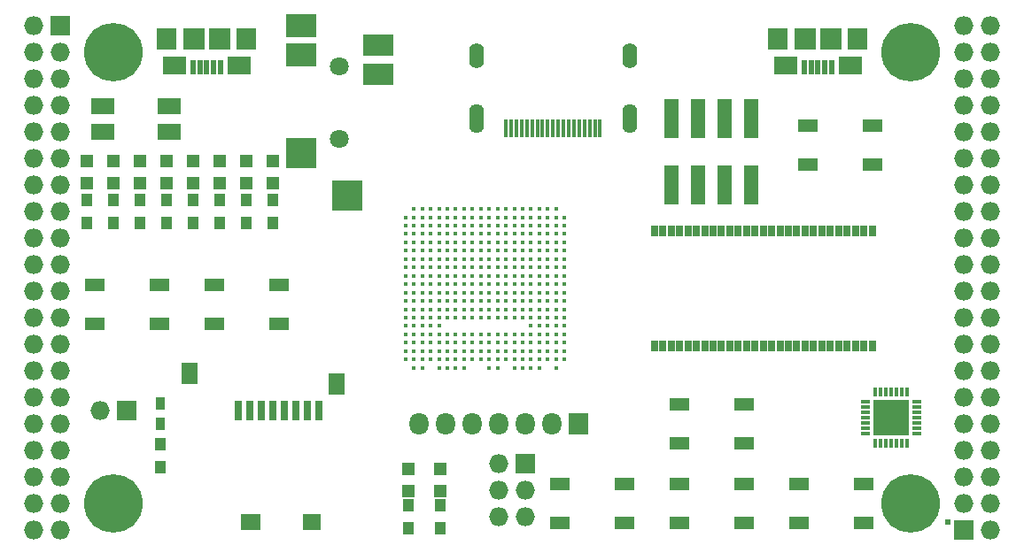
<source format=gts>
G04 #@! TF.FileFunction,Soldermask,Top*
%FSLAX46Y46*%
G04 Gerber Fmt 4.6, Leading zero omitted, Abs format (unit mm)*
G04 Created by KiCad (PCBNEW 4.0.7+dfsg1-1) date Thu Sep 28 11:42:51 2017*
%MOMM*%
%LPD*%
G01*
G04 APERTURE LIST*
%ADD10C,0.100000*%
%ADD11R,1.370000X3.700000*%
%ADD12R,0.800000X1.900000*%
%ADD13R,1.700000X1.500000*%
%ADD14R,1.900000X1.500000*%
%ADD15R,1.500000X2.000000*%
%ADD16R,1.900000X1.200000*%
%ADD17R,1.298880X1.298880*%
%ADD18R,0.660000X1.000000*%
%ADD19O,1.400000X2.800000*%
%ADD20O,1.400000X2.400000*%
%ADD21R,0.350000X1.700000*%
%ADD22R,1.827200X1.827200*%
%ADD23O,1.827200X1.827200*%
%ADD24C,5.600000*%
%ADD25R,2.300000X1.500000*%
%ADD26R,1.000000X1.300000*%
%ADD27R,0.850000X1.300000*%
%ADD28R,2.200000X1.700000*%
%ADD29R,2.000000X2.000000*%
%ADD30R,0.500000X1.450000*%
%ADD31R,1.900000X2.000000*%
%ADD32O,0.950000X0.400000*%
%ADD33O,0.400000X0.950000*%
%ADD34R,1.775000X1.775000*%
%ADD35C,0.430000*%
%ADD36R,0.600000X0.600000*%
%ADD37R,1.827200X2.132000*%
%ADD38O,1.827200X2.132000*%
%ADD39R,2.900000X2.300000*%
%ADD40R,2.900000X2.900000*%
%ADD41R,2.900000X2.100000*%
%ADD42C,1.800000*%
G04 APERTURE END LIST*
D10*
D11*
X163950000Y-71530000D03*
X161410000Y-71530000D03*
X158870000Y-71530000D03*
X156330000Y-71530000D03*
X156330000Y-77930000D03*
X158870000Y-77930000D03*
X161410000Y-77930000D03*
X163950000Y-77930000D03*
D12*
X114930000Y-99520000D03*
X116030000Y-99520000D03*
X117130000Y-99520000D03*
X118230000Y-99520000D03*
X119330000Y-99520000D03*
X120430000Y-99520000D03*
X121530000Y-99520000D03*
X122630000Y-99520000D03*
D13*
X121920000Y-110120000D03*
D14*
X116120000Y-110120000D03*
D15*
X124320000Y-96970000D03*
X110270000Y-95970000D03*
D16*
X101160000Y-87510000D03*
X107360000Y-87510000D03*
X101160000Y-91210000D03*
X107360000Y-91210000D03*
X112590000Y-87510000D03*
X118790000Y-87510000D03*
X112590000Y-91210000D03*
X118790000Y-91210000D03*
X157040000Y-98940000D03*
X163240000Y-98940000D03*
X157040000Y-102640000D03*
X163240000Y-102640000D03*
X163240000Y-110260000D03*
X157040000Y-110260000D03*
X163240000Y-106560000D03*
X157040000Y-106560000D03*
X151810000Y-110260000D03*
X145610000Y-110260000D03*
X151810000Y-106560000D03*
X145610000Y-106560000D03*
X174670000Y-110260000D03*
X168470000Y-110260000D03*
X174670000Y-106560000D03*
X168470000Y-106560000D03*
D17*
X118230000Y-77709020D03*
X118230000Y-75610980D03*
X115690000Y-77709020D03*
X115690000Y-75610980D03*
X113150000Y-77709020D03*
X113150000Y-75610980D03*
X110610000Y-77709020D03*
X110610000Y-75610980D03*
X108070000Y-77709020D03*
X108070000Y-75610980D03*
X105530000Y-77709020D03*
X105530000Y-75610980D03*
X102990000Y-77709020D03*
X102990000Y-75610980D03*
X100450000Y-77709020D03*
X100450000Y-75610980D03*
D18*
X175480000Y-82270000D03*
X154680000Y-93330000D03*
X155480000Y-93330000D03*
X156280000Y-93330000D03*
X157080000Y-93330000D03*
X157880000Y-93330000D03*
X158680000Y-93330000D03*
X159480000Y-93330000D03*
X160280000Y-93330000D03*
X161080000Y-93330000D03*
X161880000Y-93330000D03*
X162680000Y-93330000D03*
X163480000Y-93330000D03*
X164280000Y-93330000D03*
X165080000Y-93330000D03*
X165880000Y-93330000D03*
X166680000Y-93330000D03*
X167480000Y-93330000D03*
X168280000Y-93330000D03*
X169080000Y-93330000D03*
X169880000Y-93330000D03*
X170680000Y-93330000D03*
X171480000Y-93330000D03*
X172280000Y-93330000D03*
X173080000Y-93330000D03*
X173880000Y-93330000D03*
X174680000Y-93330000D03*
X175480000Y-93330000D03*
X174680000Y-82270000D03*
X173880000Y-82270000D03*
X173080000Y-82270000D03*
X172280000Y-82270000D03*
X171480000Y-82270000D03*
X170680000Y-82270000D03*
X169880000Y-82270000D03*
X169080000Y-82270000D03*
X168280000Y-82270000D03*
X167480000Y-82270000D03*
X166680000Y-82270000D03*
X165880000Y-82270000D03*
X165080000Y-82270000D03*
X164280000Y-82270000D03*
X163480000Y-82270000D03*
X162680000Y-82270000D03*
X161880000Y-82270000D03*
X161080000Y-82270000D03*
X160280000Y-82270000D03*
X159480000Y-82270000D03*
X158680000Y-82270000D03*
X157880000Y-82270000D03*
X157080000Y-82270000D03*
X156280000Y-82270000D03*
X155480000Y-82270000D03*
X154680000Y-82270000D03*
D19*
X152280000Y-71550000D03*
X137680000Y-71550000D03*
D20*
X137680000Y-65500000D03*
D21*
X140480000Y-72500000D03*
X140980000Y-72500000D03*
X141480000Y-72500000D03*
X141980000Y-72500000D03*
X142480000Y-72500000D03*
X142980000Y-72500000D03*
X143480000Y-72500000D03*
X143980000Y-72500000D03*
X144480000Y-72500000D03*
X144980000Y-72500000D03*
X145480000Y-72500000D03*
X145980000Y-72500000D03*
X146480000Y-72500000D03*
X146980000Y-72500000D03*
X147480000Y-72500000D03*
X147980000Y-72500000D03*
X148480000Y-72500000D03*
X148980000Y-72500000D03*
X149480000Y-72500000D03*
D20*
X152280000Y-65500000D03*
D22*
X97910000Y-62690000D03*
D23*
X95370000Y-62690000D03*
X97910000Y-65230000D03*
X95370000Y-65230000D03*
X97910000Y-67770000D03*
X95370000Y-67770000D03*
X97910000Y-70310000D03*
X95370000Y-70310000D03*
X97910000Y-72850000D03*
X95370000Y-72850000D03*
X97910000Y-75390000D03*
X95370000Y-75390000D03*
X97910000Y-77930000D03*
X95370000Y-77930000D03*
X97910000Y-80470000D03*
X95370000Y-80470000D03*
X97910000Y-83010000D03*
X95370000Y-83010000D03*
X97910000Y-85550000D03*
X95370000Y-85550000D03*
X97910000Y-88090000D03*
X95370000Y-88090000D03*
X97910000Y-90630000D03*
X95370000Y-90630000D03*
X97910000Y-93170000D03*
X95370000Y-93170000D03*
X97910000Y-95710000D03*
X95370000Y-95710000D03*
X97910000Y-98250000D03*
X95370000Y-98250000D03*
X97910000Y-100790000D03*
X95370000Y-100790000D03*
X97910000Y-103330000D03*
X95370000Y-103330000D03*
X97910000Y-105870000D03*
X95370000Y-105870000D03*
X97910000Y-108410000D03*
X95370000Y-108410000D03*
X97910000Y-110950000D03*
X95370000Y-110950000D03*
D22*
X184270000Y-110950000D03*
D23*
X186810000Y-110950000D03*
X184270000Y-108410000D03*
X186810000Y-108410000D03*
X184270000Y-105870000D03*
X186810000Y-105870000D03*
X184270000Y-103330000D03*
X186810000Y-103330000D03*
X184270000Y-100790000D03*
X186810000Y-100790000D03*
X184270000Y-98250000D03*
X186810000Y-98250000D03*
X184270000Y-95710000D03*
X186810000Y-95710000D03*
X184270000Y-93170000D03*
X186810000Y-93170000D03*
X184270000Y-90630000D03*
X186810000Y-90630000D03*
X184270000Y-88090000D03*
X186810000Y-88090000D03*
X184270000Y-85550000D03*
X186810000Y-85550000D03*
X184270000Y-83010000D03*
X186810000Y-83010000D03*
X184270000Y-80470000D03*
X186810000Y-80470000D03*
X184270000Y-77930000D03*
X186810000Y-77930000D03*
X184270000Y-75390000D03*
X186810000Y-75390000D03*
X184270000Y-72850000D03*
X186810000Y-72850000D03*
X184270000Y-70310000D03*
X186810000Y-70310000D03*
X184270000Y-67770000D03*
X186810000Y-67770000D03*
X184270000Y-65230000D03*
X186810000Y-65230000D03*
X184270000Y-62690000D03*
X186810000Y-62690000D03*
D24*
X102990000Y-108410000D03*
X179190000Y-108410000D03*
X179190000Y-65230000D03*
X102990000Y-65230000D03*
D16*
X175535000Y-75970000D03*
X169335000Y-75970000D03*
X175535000Y-72270000D03*
X169335000Y-72270000D03*
D25*
X108274000Y-70330000D03*
X101974000Y-70330000D03*
X101974000Y-72830000D03*
X108274000Y-72830000D03*
D22*
X104260000Y-99520000D03*
D23*
X101720000Y-99520000D03*
D17*
X131184000Y-105074980D03*
X131184000Y-107173020D03*
X134232000Y-107173020D03*
X134232000Y-105074980D03*
D26*
X131184000Y-108580000D03*
X131184000Y-110780000D03*
X134232000Y-110780000D03*
X134232000Y-108580000D03*
D27*
X107480000Y-100750000D03*
X107480000Y-98850000D03*
D26*
X107480000Y-102700000D03*
X107480000Y-104900000D03*
D28*
X114980000Y-66510000D03*
X108780000Y-66510000D03*
D29*
X113080000Y-63960000D03*
X110680000Y-63960000D03*
D30*
X113180000Y-66635000D03*
X112530000Y-66635000D03*
X111880000Y-66635000D03*
X111230000Y-66635000D03*
X110580000Y-66635000D03*
D31*
X115680000Y-63960000D03*
X108080000Y-63960000D03*
D28*
X173400000Y-66510000D03*
X167200000Y-66510000D03*
D29*
X171500000Y-63960000D03*
X169100000Y-63960000D03*
D30*
X171600000Y-66635000D03*
X170950000Y-66635000D03*
X170300000Y-66635000D03*
X169650000Y-66635000D03*
X169000000Y-66635000D03*
D31*
X174100000Y-63960000D03*
X166500000Y-63960000D03*
D22*
X142360000Y-104600000D03*
D23*
X139820000Y-104600000D03*
X142360000Y-107140000D03*
X139820000Y-107140000D03*
X142360000Y-109680000D03*
X139820000Y-109680000D03*
D26*
X118230000Y-81570000D03*
X118230000Y-79370000D03*
X115690000Y-81570000D03*
X115690000Y-79370000D03*
X113150000Y-81570000D03*
X113150000Y-79370000D03*
X110610000Y-81570000D03*
X110610000Y-79370000D03*
X108070000Y-81570000D03*
X108070000Y-79370000D03*
X105530000Y-81570000D03*
X105530000Y-79370000D03*
X102990000Y-81570000D03*
X102990000Y-79370000D03*
X100450000Y-81570000D03*
X100450000Y-79370000D03*
D32*
X179735000Y-101655000D03*
X179735000Y-101155000D03*
X179735000Y-100655000D03*
X179735000Y-100155000D03*
X179735000Y-99655000D03*
X179735000Y-99155000D03*
X179735000Y-98655000D03*
D33*
X178785000Y-97705000D03*
X178285000Y-97705000D03*
X177785000Y-97705000D03*
X177285000Y-97705000D03*
X176785000Y-97705000D03*
X176285000Y-97705000D03*
X175785000Y-97705000D03*
D32*
X174835000Y-98655000D03*
X174835000Y-99155000D03*
X174835000Y-99655000D03*
X174835000Y-100155000D03*
X174835000Y-100655000D03*
X174835000Y-101155000D03*
X174835000Y-101655000D03*
D33*
X175785000Y-102605000D03*
X176285000Y-102605000D03*
X176785000Y-102605000D03*
X177285000Y-102605000D03*
X177785000Y-102605000D03*
X178285000Y-102605000D03*
X178785000Y-102605000D03*
D34*
X176447500Y-99317500D03*
X176447500Y-100992500D03*
X178122500Y-99317500D03*
X178122500Y-100992500D03*
D35*
X131680000Y-80200000D03*
X132480000Y-80200000D03*
X133280000Y-80200000D03*
X134080000Y-80200000D03*
X134880000Y-80200000D03*
X135680000Y-80200000D03*
X136480000Y-80200000D03*
X137280000Y-80200000D03*
X138080000Y-80200000D03*
X138880000Y-80200000D03*
X139680000Y-80200000D03*
X140480000Y-80200000D03*
X141280000Y-80200000D03*
X142080000Y-80200000D03*
X142880000Y-80200000D03*
X143680000Y-80200000D03*
X144480000Y-80200000D03*
X145280000Y-80200000D03*
X130880000Y-81000000D03*
X131680000Y-81000000D03*
X132480000Y-81000000D03*
X133280000Y-81000000D03*
X134080000Y-81000000D03*
X134880000Y-81000000D03*
X135680000Y-81000000D03*
X136480000Y-81000000D03*
X137280000Y-81000000D03*
X138080000Y-81000000D03*
X138880000Y-81000000D03*
X139680000Y-81000000D03*
X140480000Y-81000000D03*
X141280000Y-81000000D03*
X142080000Y-81000000D03*
X142880000Y-81000000D03*
X143680000Y-81000000D03*
X144480000Y-81000000D03*
X145280000Y-81000000D03*
X146080000Y-81000000D03*
X130880000Y-81800000D03*
X131680000Y-81800000D03*
X132480000Y-81800000D03*
X133280000Y-81800000D03*
X134080000Y-81800000D03*
X134880000Y-81800000D03*
X135680000Y-81800000D03*
X136480000Y-81800000D03*
X137280000Y-81800000D03*
X138080000Y-81800000D03*
X138880000Y-81800000D03*
X139680000Y-81800000D03*
X140480000Y-81800000D03*
X141280000Y-81800000D03*
X142080000Y-81800000D03*
X142880000Y-81800000D03*
X143680000Y-81800000D03*
X144480000Y-81800000D03*
X145280000Y-81800000D03*
X146080000Y-81800000D03*
X130880000Y-82600000D03*
X131680000Y-82600000D03*
X132480000Y-82600000D03*
X133280000Y-82600000D03*
X134080000Y-82600000D03*
X134880000Y-82600000D03*
X135680000Y-82600000D03*
X136480000Y-82600000D03*
X137280000Y-82600000D03*
X138080000Y-82600000D03*
X138880000Y-82600000D03*
X139680000Y-82600000D03*
X140480000Y-82600000D03*
X141280000Y-82600000D03*
X142080000Y-82600000D03*
X142880000Y-82600000D03*
X143680000Y-82600000D03*
X144480000Y-82600000D03*
X145280000Y-82600000D03*
X146080000Y-82600000D03*
X130880000Y-83400000D03*
X131680000Y-83400000D03*
X132480000Y-83400000D03*
X133280000Y-83400000D03*
X134080000Y-83400000D03*
X134880000Y-83400000D03*
X135680000Y-83400000D03*
X136480000Y-83400000D03*
X137280000Y-83400000D03*
X138080000Y-83400000D03*
X138880000Y-83400000D03*
X139680000Y-83400000D03*
X140480000Y-83400000D03*
X141280000Y-83400000D03*
X142080000Y-83400000D03*
X142880000Y-83400000D03*
X143680000Y-83400000D03*
X144480000Y-83400000D03*
X145280000Y-83400000D03*
X146080000Y-83400000D03*
X130880000Y-84200000D03*
X131680000Y-84200000D03*
X132480000Y-84200000D03*
X133280000Y-84200000D03*
X134080000Y-84200000D03*
X134880000Y-84200000D03*
X135680000Y-84200000D03*
X136480000Y-84200000D03*
X137280000Y-84200000D03*
X138080000Y-84200000D03*
X138880000Y-84200000D03*
X139680000Y-84200000D03*
X140480000Y-84200000D03*
X141280000Y-84200000D03*
X142080000Y-84200000D03*
X142880000Y-84200000D03*
X143680000Y-84200000D03*
X144480000Y-84200000D03*
X145280000Y-84200000D03*
X146080000Y-84200000D03*
X130880000Y-85000000D03*
X131680000Y-85000000D03*
X132480000Y-85000000D03*
X133280000Y-85000000D03*
X134080000Y-85000000D03*
X134880000Y-85000000D03*
X135680000Y-85000000D03*
X136480000Y-85000000D03*
X137280000Y-85000000D03*
X138080000Y-85000000D03*
X138880000Y-85000000D03*
X139680000Y-85000000D03*
X140480000Y-85000000D03*
X141280000Y-85000000D03*
X142080000Y-85000000D03*
X142880000Y-85000000D03*
X143680000Y-85000000D03*
X144480000Y-85000000D03*
X145280000Y-85000000D03*
X146080000Y-85000000D03*
X130880000Y-85800000D03*
X131680000Y-85800000D03*
X132480000Y-85800000D03*
X133280000Y-85800000D03*
X134080000Y-85800000D03*
X134880000Y-85800000D03*
X135680000Y-85800000D03*
X136480000Y-85800000D03*
X137280000Y-85800000D03*
X138080000Y-85800000D03*
X138880000Y-85800000D03*
X139680000Y-85800000D03*
X140480000Y-85800000D03*
X141280000Y-85800000D03*
X142080000Y-85800000D03*
X142880000Y-85800000D03*
X143680000Y-85800000D03*
X144480000Y-85800000D03*
X145280000Y-85800000D03*
X146080000Y-85800000D03*
X130880000Y-86600000D03*
X131680000Y-86600000D03*
X132480000Y-86600000D03*
X133280000Y-86600000D03*
X134080000Y-86600000D03*
X134880000Y-86600000D03*
X135680000Y-86600000D03*
X136480000Y-86600000D03*
X137280000Y-86600000D03*
X138080000Y-86600000D03*
X138880000Y-86600000D03*
X139680000Y-86600000D03*
X140480000Y-86600000D03*
X141280000Y-86600000D03*
X142080000Y-86600000D03*
X142880000Y-86600000D03*
X143680000Y-86600000D03*
X144480000Y-86600000D03*
X145280000Y-86600000D03*
X146080000Y-86600000D03*
X130880000Y-87400000D03*
X131680000Y-87400000D03*
X132480000Y-87400000D03*
X133280000Y-87400000D03*
X134080000Y-87400000D03*
X134880000Y-87400000D03*
X135680000Y-87400000D03*
X136480000Y-87400000D03*
X137280000Y-87400000D03*
X138080000Y-87400000D03*
X138880000Y-87400000D03*
X139680000Y-87400000D03*
X140480000Y-87400000D03*
X141280000Y-87400000D03*
X142080000Y-87400000D03*
X142880000Y-87400000D03*
X143680000Y-87400000D03*
X144480000Y-87400000D03*
X145280000Y-87400000D03*
X146080000Y-87400000D03*
X130880000Y-88200000D03*
X131680000Y-88200000D03*
X132480000Y-88200000D03*
X133280000Y-88200000D03*
X134080000Y-88200000D03*
X134880000Y-88200000D03*
X135680000Y-88200000D03*
X136480000Y-88200000D03*
X137280000Y-88200000D03*
X138080000Y-88200000D03*
X138880000Y-88200000D03*
X139680000Y-88200000D03*
X140480000Y-88200000D03*
X141280000Y-88200000D03*
X142080000Y-88200000D03*
X142880000Y-88200000D03*
X143680000Y-88200000D03*
X144480000Y-88200000D03*
X145280000Y-88200000D03*
X146080000Y-88200000D03*
X130880000Y-89000000D03*
X131680000Y-89000000D03*
X132480000Y-89000000D03*
X133280000Y-89000000D03*
X134080000Y-89000000D03*
X134880000Y-89000000D03*
X135680000Y-89000000D03*
X136480000Y-89000000D03*
X137280000Y-89000000D03*
X138080000Y-89000000D03*
X138880000Y-89000000D03*
X139680000Y-89000000D03*
X140480000Y-89000000D03*
X141280000Y-89000000D03*
X142080000Y-89000000D03*
X142880000Y-89000000D03*
X143680000Y-89000000D03*
X144480000Y-89000000D03*
X145280000Y-89000000D03*
X146080000Y-89000000D03*
X130880000Y-89800000D03*
X131680000Y-89800000D03*
X132480000Y-89800000D03*
X133280000Y-89800000D03*
X134080000Y-89800000D03*
X134880000Y-89800000D03*
X135680000Y-89800000D03*
X136480000Y-89800000D03*
X137280000Y-89800000D03*
X138080000Y-89800000D03*
X138880000Y-89800000D03*
X139680000Y-89800000D03*
X140480000Y-89800000D03*
X141280000Y-89800000D03*
X142080000Y-89800000D03*
X142880000Y-89800000D03*
X143680000Y-89800000D03*
X144480000Y-89800000D03*
X145280000Y-89800000D03*
X146080000Y-89800000D03*
X130880000Y-90600000D03*
X131680000Y-90600000D03*
X132480000Y-90600000D03*
X133280000Y-90600000D03*
X134080000Y-90600000D03*
X134880000Y-90600000D03*
X135680000Y-90600000D03*
X136480000Y-90600000D03*
X137280000Y-90600000D03*
X138080000Y-90600000D03*
X138880000Y-90600000D03*
X139680000Y-90600000D03*
X140480000Y-90600000D03*
X141280000Y-90600000D03*
X142080000Y-90600000D03*
X142880000Y-90600000D03*
X143680000Y-90600000D03*
X144480000Y-90600000D03*
X145280000Y-90600000D03*
X146080000Y-90600000D03*
X130880000Y-91400000D03*
X131680000Y-91400000D03*
X132480000Y-91400000D03*
X133280000Y-91400000D03*
X134080000Y-91400000D03*
X142880000Y-91400000D03*
X143680000Y-91400000D03*
X144480000Y-91400000D03*
X145280000Y-91400000D03*
X146080000Y-91400000D03*
X130880000Y-92200000D03*
X131680000Y-92200000D03*
X132480000Y-92200000D03*
X133280000Y-92200000D03*
X134080000Y-92200000D03*
X134880000Y-92200000D03*
X135680000Y-92200000D03*
X136480000Y-92200000D03*
X137280000Y-92200000D03*
X138080000Y-92200000D03*
X138880000Y-92200000D03*
X139680000Y-92200000D03*
X140480000Y-92200000D03*
X141280000Y-92200000D03*
X142080000Y-92200000D03*
X142880000Y-92200000D03*
X143680000Y-92200000D03*
X144480000Y-92200000D03*
X145280000Y-92200000D03*
X146080000Y-92200000D03*
X130880000Y-93000000D03*
X131680000Y-93000000D03*
X132480000Y-93000000D03*
X133280000Y-93000000D03*
X134080000Y-93000000D03*
X134880000Y-93000000D03*
X135680000Y-93000000D03*
X136480000Y-93000000D03*
X137280000Y-93000000D03*
X138080000Y-93000000D03*
X138880000Y-93000000D03*
X139680000Y-93000000D03*
X140480000Y-93000000D03*
X141280000Y-93000000D03*
X142080000Y-93000000D03*
X142880000Y-93000000D03*
X143680000Y-93000000D03*
X144480000Y-93000000D03*
X145280000Y-93000000D03*
X146080000Y-93000000D03*
X130880000Y-93800000D03*
X131680000Y-93800000D03*
X132480000Y-93800000D03*
X133280000Y-93800000D03*
X134080000Y-93800000D03*
X134880000Y-93800000D03*
X135680000Y-93800000D03*
X136480000Y-93800000D03*
X137280000Y-93800000D03*
X138080000Y-93800000D03*
X138880000Y-93800000D03*
X139680000Y-93800000D03*
X140480000Y-93800000D03*
X141280000Y-93800000D03*
X142080000Y-93800000D03*
X142880000Y-93800000D03*
X143680000Y-93800000D03*
X144480000Y-93800000D03*
X145280000Y-93800000D03*
X146080000Y-93800000D03*
X130880000Y-94600000D03*
X131680000Y-94600000D03*
X132480000Y-94600000D03*
X133280000Y-94600000D03*
X134080000Y-94600000D03*
X134880000Y-94600000D03*
X135680000Y-94600000D03*
X136480000Y-94600000D03*
X137280000Y-94600000D03*
X138080000Y-94600000D03*
X138880000Y-94600000D03*
X139680000Y-94600000D03*
X140480000Y-94600000D03*
X141280000Y-94600000D03*
X142080000Y-94600000D03*
X142880000Y-94600000D03*
X143680000Y-94600000D03*
X144480000Y-94600000D03*
X145280000Y-94600000D03*
X146080000Y-94600000D03*
X131680000Y-95400000D03*
X132480000Y-95400000D03*
X134080000Y-95400000D03*
X134880000Y-95400000D03*
X135680000Y-95400000D03*
X136480000Y-95400000D03*
X138880000Y-95400000D03*
X139680000Y-95400000D03*
X141280000Y-95400000D03*
X142080000Y-95400000D03*
X142880000Y-95400000D03*
X143680000Y-95400000D03*
X145280000Y-95400000D03*
D36*
X182680000Y-110200000D03*
D37*
X147440000Y-100790000D03*
D38*
X144900000Y-100790000D03*
X142360000Y-100790000D03*
X139820000Y-100790000D03*
X137280000Y-100790000D03*
X134740000Y-100790000D03*
X132200000Y-100790000D03*
D39*
X120880000Y-62640000D03*
X120880000Y-65440000D03*
D40*
X120880000Y-74840000D03*
X125330000Y-78940000D03*
D41*
X128280000Y-67340000D03*
X128280000Y-64540000D03*
D42*
X124580000Y-66540000D03*
X124580000Y-73540000D03*
M02*

</source>
